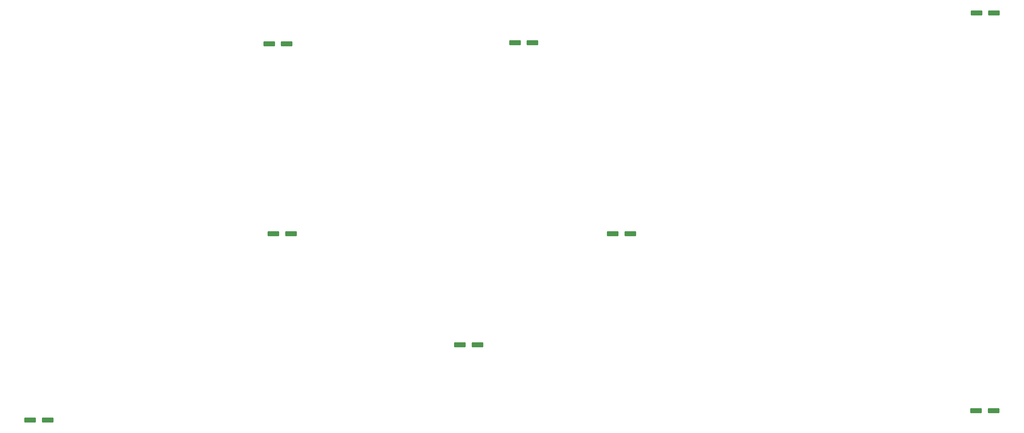
<source format=gbr>
%TF.GenerationSoftware,KiCad,Pcbnew,8.0.2*%
%TF.CreationDate,2024-12-23T20:56:35+01:00*%
%TF.ProjectId,bp-leanplate,62702d6c-6561-46e7-906c-6174652e6b69,rev?*%
%TF.SameCoordinates,Original*%
%TF.FileFunction,Paste,Top*%
%TF.FilePolarity,Positive*%
%FSLAX46Y46*%
G04 Gerber Fmt 4.6, Leading zero omitted, Abs format (unit mm)*
G04 Created by KiCad (PCBNEW 8.0.2) date 2024-12-23 20:56:35*
%MOMM*%
%LPD*%
G01*
G04 APERTURE LIST*
G04 Aperture macros list*
%AMRoundRect*
0 Rectangle with rounded corners*
0 $1 Rounding radius*
0 $2 $3 $4 $5 $6 $7 $8 $9 X,Y pos of 4 corners*
0 Add a 4 corners polygon primitive as box body*
4,1,4,$2,$3,$4,$5,$6,$7,$8,$9,$2,$3,0*
0 Add four circle primitives for the rounded corners*
1,1,$1+$1,$2,$3*
1,1,$1+$1,$4,$5*
1,1,$1+$1,$6,$7*
1,1,$1+$1,$8,$9*
0 Add four rect primitives between the rounded corners*
20,1,$1+$1,$2,$3,$4,$5,0*
20,1,$1+$1,$4,$5,$6,$7,0*
20,1,$1+$1,$6,$7,$8,$9,0*
20,1,$1+$1,$8,$9,$2,$3,0*%
G04 Aperture macros list end*
%ADD10RoundRect,0.250000X-1.500000X-0.550000X1.500000X-0.550000X1.500000X0.550000X-1.500000X0.550000X0*%
G04 APERTURE END LIST*
D10*
%TO.C,C2*%
X107757000Y-54356000D03*
X113157000Y-54356000D03*
%TD*%
%TO.C,C4*%
X183195000Y-53975000D03*
X188595000Y-53975000D03*
%TD*%
%TO.C,C8*%
X324833000Y-44831000D03*
X330233000Y-44831000D03*
%TD*%
%TO.C,C3*%
X213200000Y-112649000D03*
X218600000Y-112649000D03*
%TD*%
%TO.C,C5*%
X324706000Y-167005000D03*
X330106000Y-167005000D03*
%TD*%
%TO.C,C7*%
X34384000Y-169926000D03*
X39784000Y-169926000D03*
%TD*%
%TO.C,C6*%
X166304000Y-146812000D03*
X171704000Y-146812000D03*
%TD*%
%TO.C,C9*%
X109060000Y-112649000D03*
X114460000Y-112649000D03*
%TD*%
M02*

</source>
